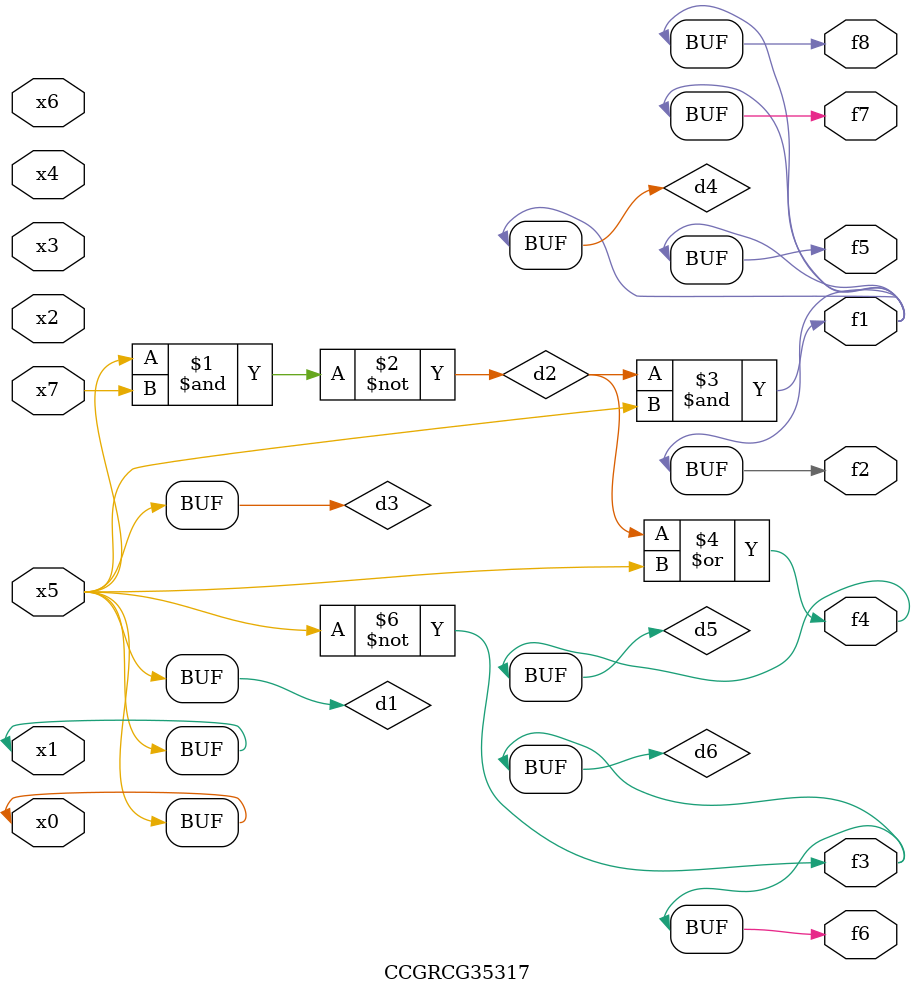
<source format=v>
module CCGRCG35317(
	input x0, x1, x2, x3, x4, x5, x6, x7,
	output f1, f2, f3, f4, f5, f6, f7, f8
);

	wire d1, d2, d3, d4, d5, d6;

	buf (d1, x0, x5);
	nand (d2, x5, x7);
	buf (d3, x0, x1);
	and (d4, d2, d3);
	or (d5, d2, d3);
	nor (d6, d1, d3);
	assign f1 = d4;
	assign f2 = d4;
	assign f3 = d6;
	assign f4 = d5;
	assign f5 = d4;
	assign f6 = d6;
	assign f7 = d4;
	assign f8 = d4;
endmodule

</source>
